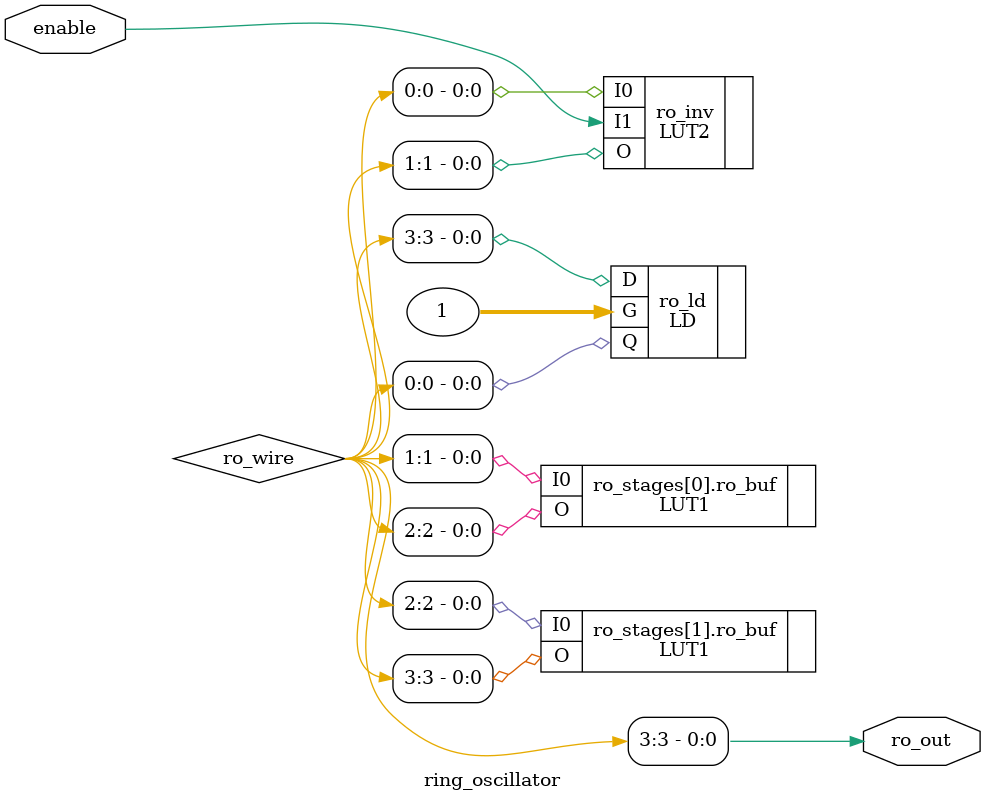
<source format=sv>

/*
 *  
 * Copyright (C) 2019
 * Author: Ilias Giechaskiel <ilias.giechaskiel@gmail.com>
 *          
 * This program is free software; you can redistribute it and/or modify
 * it under the terms of the GNU General Public License as published by
 * the Free Software Foundation; either version 3 of the License, or
 * (at your option) any later version.
 *
 * This program is distributed in the hope that it will be useful,
 * but WITHOUT ANY WARRANTY; without even the implied warranty of
 * MERCHANTABILITY or FITNESS FOR A PARTICULAR PURPOSE.  See the
 * GNU General Public License for more details.
 *
 * You should have received a copy of the GNU General Public License
 * along with this program; if not, write to the Free Software Foundation,
 * Inc., 51 Franklin Street, Fifth Floor, Boston, MA 02110-1301  USA
 *
*/



module ring_oscillator #(
    parameter STAGES    = 2
)(
    input               enable,
    output              ro_out
);

// Added additional stage as otherwise too fast for counting (timing violations)

localparam LAST         = STAGES+1;

(* DONT_TOUCH = "TRUE" *)
wire [LAST:0]           ro_wire;

assign ro_out = ro_wire[LAST];

(* DONT_TOUCH = "TRUE" *)
LUT2 #(
    .INIT               (4'b0100)
) ro_inv (
    .I0                 (ro_wire[0]),
    .I1                 (enable),
    .O                  (ro_wire[1])
);

genvar i;
generate

for (i = 0; i < STAGES; i = i + 1) begin : ro_stages
    (* DONT_TOUCH = "TRUE" *)
    LUT1  #(
        .INIT           (2'b10)
    ) ro_buf (
        .I0             (ro_wire[i + 1]),
        .O              (ro_wire[i + 2])
    );
end


(* DONT_TOUCH = "TRUE" *)
LD ro_ld (
    .G                  (1),
    .D                  (ro_wire[LAST]),
    .Q                  (ro_wire[0])
);


endgenerate

endmodule

</source>
